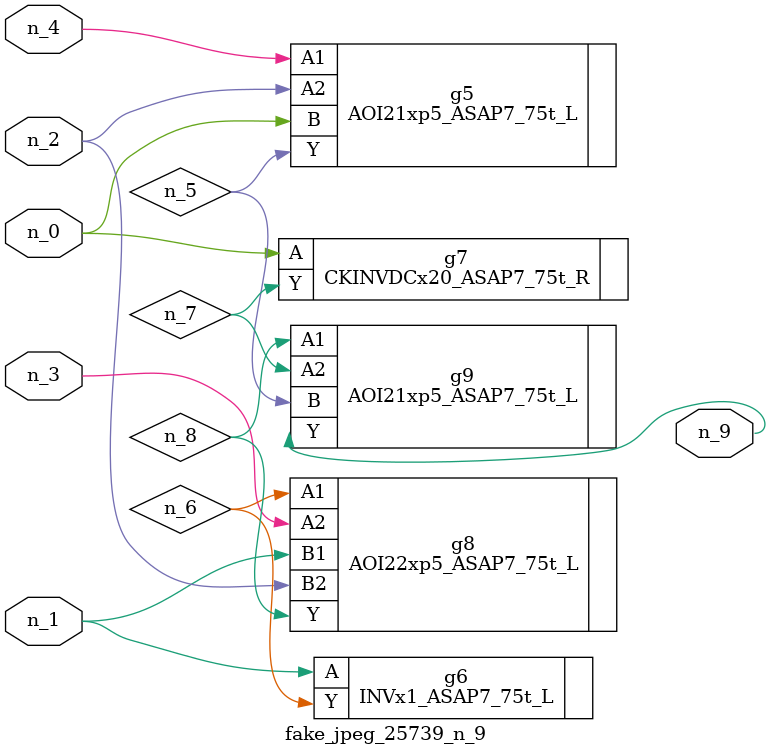
<source format=v>
module fake_jpeg_25739_n_9 (n_3, n_2, n_1, n_0, n_4, n_9);

input n_3;
input n_2;
input n_1;
input n_0;
input n_4;

output n_9;

wire n_8;
wire n_6;
wire n_5;
wire n_7;

AOI21xp5_ASAP7_75t_L g5 ( 
.A1(n_4),
.A2(n_2),
.B(n_0),
.Y(n_5)
);

INVx1_ASAP7_75t_L g6 ( 
.A(n_1),
.Y(n_6)
);

CKINVDCx20_ASAP7_75t_R g7 ( 
.A(n_0),
.Y(n_7)
);

AOI22xp5_ASAP7_75t_L g8 ( 
.A1(n_6),
.A2(n_3),
.B1(n_1),
.B2(n_2),
.Y(n_8)
);

AOI21xp5_ASAP7_75t_L g9 ( 
.A1(n_8),
.A2(n_7),
.B(n_5),
.Y(n_9)
);


endmodule
</source>
